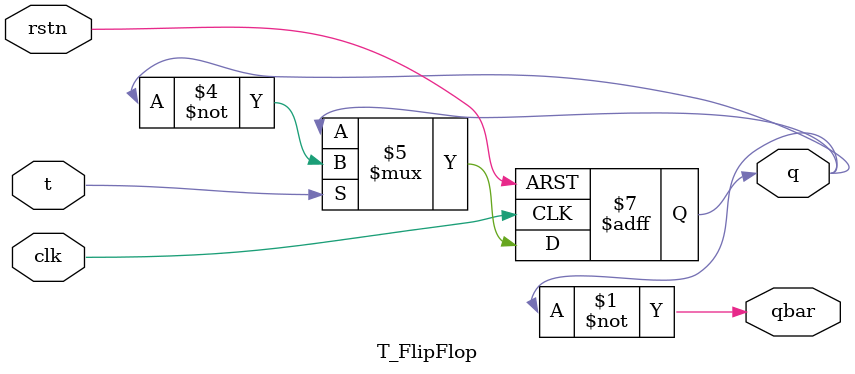
<source format=v>


module T_FlipFlop(t,rstn,clk,q,qbar);
    input t,rstn,clk;
    output reg q;
    output qbar;

    assign qbar = ~q;

    always @(posedge clk or negedge rstn)begin
      if(~rstn)
        q <= 1'b0;
      else if(t)
        q <=  ~q;
    end
endmodule
</source>
